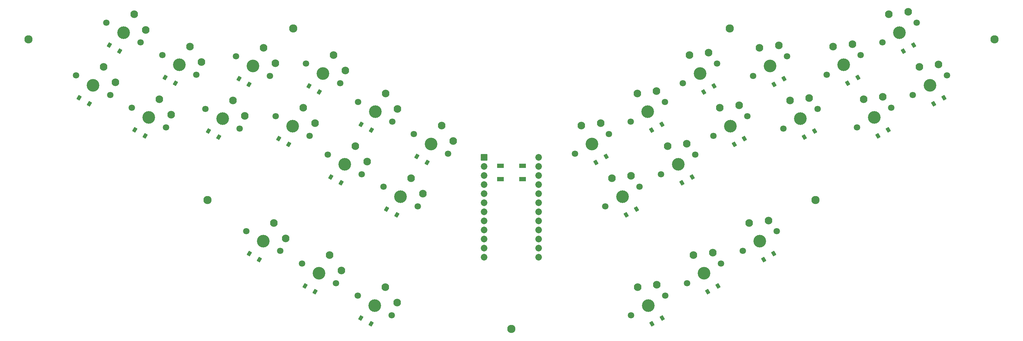
<source format=gbs>
%TF.GenerationSoftware,KiCad,Pcbnew,6.0.2+dfsg-1*%
%TF.CreationDate,2022-06-30T23:37:17+02:00*%
%TF.ProjectId,dragonwings_test,64726167-6f6e-4776-996e-67735f746573,v1.0.0*%
%TF.SameCoordinates,Original*%
%TF.FileFunction,Soldermask,Bot*%
%TF.FilePolarity,Negative*%
%FSLAX46Y46*%
G04 Gerber Fmt 4.6, Leading zero omitted, Abs format (unit mm)*
G04 Created by KiCad (PCBNEW 6.0.2+dfsg-1) date 2022-06-30 23:37:17*
%MOMM*%
%LPD*%
G01*
G04 APERTURE LIST*
G04 Aperture macros list*
%AMRoundRect*
0 Rectangle with rounded corners*
0 $1 Rounding radius*
0 $2 $3 $4 $5 $6 $7 $8 $9 X,Y pos of 4 corners*
0 Add a 4 corners polygon primitive as box body*
4,1,4,$2,$3,$4,$5,$6,$7,$8,$9,$2,$3,0*
0 Add four circle primitives for the rounded corners*
1,1,$1+$1,$2,$3*
1,1,$1+$1,$4,$5*
1,1,$1+$1,$6,$7*
1,1,$1+$1,$8,$9*
0 Add four rect primitives between the rounded corners*
20,1,$1+$1,$2,$3,$4,$5,0*
20,1,$1+$1,$4,$5,$6,$7,0*
20,1,$1+$1,$6,$7,$8,$9,0*
20,1,$1+$1,$8,$9,$2,$3,0*%
G04 Aperture macros list end*
%ADD10C,1.801800*%
%ADD11C,3.529000*%
%ADD12C,2.132000*%
%ADD13RoundRect,0.050000X0.689711X0.294615X-0.089711X0.744615X-0.689711X-0.294615X0.089711X-0.744615X0*%
%ADD14RoundRect,0.050000X0.089711X0.744615X-0.689711X0.294615X-0.089711X-0.744615X0.689711X-0.294615X0*%
%ADD15C,2.300000*%
%ADD16RoundRect,0.050000X-0.876300X0.876300X-0.876300X-0.876300X0.876300X-0.876300X0.876300X0.876300X0*%
%ADD17C,1.852600*%
%ADD18RoundRect,0.050000X0.900000X0.550000X-0.900000X0.550000X-0.900000X-0.550000X0.900000X-0.550000X0*%
G04 APERTURE END LIST*
D10*
%TO.C,S2*%
X106320853Y-113883974D03*
D11*
X101557713Y-111133974D03*
D10*
X96794573Y-108383974D03*
D12*
X107787840Y-110343077D03*
X104507713Y-106024424D03*
%TD*%
D10*
%TO.C,S4*%
X121909311Y-122883974D03*
X112383031Y-117383974D03*
D11*
X117146171Y-120133974D03*
D12*
X123376298Y-119343077D03*
X120096171Y-115024424D03*
%TD*%
D10*
%TO.C,S3*%
X113409311Y-137606406D03*
D11*
X108646171Y-134856406D03*
D10*
X103883031Y-132106406D03*
D12*
X114876298Y-134065509D03*
X111596171Y-129746856D03*
%TD*%
D13*
%TO.C,D1*%
X91986655Y-131011533D03*
X89128771Y-129361533D03*
%TD*%
D10*
%TO.C,S6*%
X132971488Y-117723720D03*
D11*
X137734628Y-120473720D03*
D10*
X142497768Y-123223720D03*
D12*
X143964755Y-119682823D03*
X140684628Y-115364170D03*
%TD*%
D10*
%TO.C,S15*%
X176557368Y-190230762D03*
D11*
X171794228Y-187480762D03*
D10*
X167031088Y-184730762D03*
D12*
X178024355Y-186689865D03*
X174744228Y-182371212D03*
%TD*%
D13*
%TO.C,D10*%
X170840484Y-138432695D03*
X167982600Y-136782695D03*
%TD*%
D14*
%TO.C,D16*%
X330871228Y-129361533D03*
X328013344Y-131011533D03*
%TD*%
%TO.C,D18*%
X315282771Y-138361533D03*
X312424887Y-140011533D03*
%TD*%
%TO.C,D24*%
X260517399Y-151505127D03*
X257659515Y-153155127D03*
%TD*%
%TO.C,D25*%
X252017399Y-136782695D03*
X249159515Y-138432695D03*
%TD*%
D15*
%TO.C,REF03*%
X345000000Y-113000000D03*
%TD*%
D13*
%TO.C,D11*%
X177928942Y-162155127D03*
X175071058Y-160505127D03*
%TD*%
D10*
%TO.C,S8*%
X162086225Y-125295517D03*
X152559945Y-119795517D03*
D11*
X157323085Y-122545517D03*
D12*
X163553212Y-121754620D03*
X160273085Y-117435967D03*
%TD*%
D10*
%TO.C,S25*%
X252851597Y-130527568D03*
D11*
X248088457Y-133277568D03*
D10*
X243325317Y-136027568D03*
D12*
X250518584Y-127486671D03*
X245138457Y-128168018D03*
%TD*%
D11*
%TO.C,S5*%
X129234628Y-135196152D03*
D10*
X124471488Y-132446152D03*
X133997768Y-137946152D03*
D12*
X135464755Y-134405255D03*
X132184628Y-130086602D03*
%TD*%
D10*
%TO.C,S14*%
X160968911Y-181230762D03*
X151442631Y-175730762D03*
D11*
X156205771Y-178480762D03*
D12*
X162435898Y-177689865D03*
X159155771Y-173371212D03*
%TD*%
D15*
%TO.C,REF04*%
X75000000Y-113000000D03*
%TD*%
D10*
%TO.C,S29*%
X259031088Y-181230762D03*
D11*
X263794228Y-178480762D03*
D10*
X268557368Y-175730762D03*
D12*
X266224355Y-172689865D03*
X260844228Y-173371212D03*
%TD*%
D10*
%TO.C,S27*%
X227736860Y-145027568D03*
D11*
X232500000Y-142277568D03*
D10*
X237263140Y-139527568D03*
D12*
X234930127Y-136486671D03*
X229550000Y-137168018D03*
%TD*%
D10*
%TO.C,S18*%
X306590689Y-137606406D03*
X316116969Y-132106406D03*
D11*
X311353829Y-134856406D03*
D12*
X313783956Y-129065509D03*
X308403829Y-129746856D03*
%TD*%
D14*
%TO.C,D17*%
X322371228Y-114639101D03*
X319513344Y-116289101D03*
%TD*%
D10*
%TO.C,S16*%
X322179146Y-128606406D03*
X331705426Y-123106406D03*
D11*
X326942286Y-125856406D03*
D12*
X329372413Y-120065509D03*
X323992286Y-120746856D03*
%TD*%
D10*
%TO.C,S7*%
X153586225Y-140017949D03*
D11*
X148823085Y-137267949D03*
D10*
X144059945Y-134517949D03*
D12*
X155053212Y-136477052D03*
X151773085Y-132158399D03*
%TD*%
D16*
%TO.C,MCU1*%
X202380000Y-146030000D03*
D17*
X202380000Y-148570000D03*
X202380000Y-151110000D03*
X202380000Y-153650000D03*
X202380000Y-156190000D03*
X202380000Y-158730000D03*
X202380000Y-161270000D03*
X202380000Y-163810000D03*
X202380000Y-166350000D03*
X202380000Y-168890000D03*
X202380000Y-171430000D03*
X202380000Y-173970000D03*
X217620000Y-146030000D03*
X217620000Y-148570000D03*
X217620000Y-151110000D03*
X217620000Y-153650000D03*
X217620000Y-156190000D03*
X217620000Y-158730000D03*
X217620000Y-161270000D03*
X217620000Y-163810000D03*
X217620000Y-166350000D03*
X217620000Y-168890000D03*
X217620000Y-171430000D03*
X217620000Y-173970000D03*
%TD*%
D13*
%TO.C,D14*%
X155134713Y-183635889D03*
X152276829Y-181985889D03*
%TD*%
D10*
%TO.C,S26*%
X245763140Y-154250000D03*
D11*
X241000000Y-157000000D03*
D10*
X236236860Y-159750000D03*
D12*
X243430127Y-151209103D03*
X238050000Y-151890450D03*
%TD*%
D10*
%TO.C,S30*%
X252968911Y-184730762D03*
D11*
X248205771Y-187480762D03*
D10*
X243442631Y-190230762D03*
D12*
X250635898Y-181689865D03*
X245255771Y-182371212D03*
%TD*%
D14*
%TO.C,D26*%
X244928942Y-160505127D03*
X242071058Y-162155127D03*
%TD*%
D10*
%TO.C,S11*%
X183763140Y-159750000D03*
D11*
X179000000Y-157000000D03*
D10*
X174236860Y-154250000D03*
D12*
X185230127Y-156209103D03*
X181950000Y-151890450D03*
%TD*%
D14*
%TO.C,D30*%
X252134713Y-190985889D03*
X249276829Y-192635889D03*
%TD*%
D13*
%TO.C,D6*%
X136663570Y-125628847D03*
X133805686Y-123978847D03*
%TD*%
D11*
%TO.C,S17*%
X318442286Y-111133974D03*
D10*
X323205426Y-108383974D03*
X313679146Y-113883974D03*
D12*
X320872413Y-105343077D03*
X315492286Y-106024424D03*
%TD*%
D13*
%TO.C,D4*%
X116075113Y-125289101D03*
X113217229Y-123639101D03*
%TD*%
D10*
%TO.C,S10*%
X167148402Y-130527568D03*
D11*
X171911542Y-133277568D03*
D10*
X176674682Y-136027568D03*
D12*
X178141669Y-132486671D03*
X174861542Y-128168018D03*
%TD*%
D13*
%TO.C,D2*%
X100486655Y-116289101D03*
X97628771Y-114639101D03*
%TD*%
D11*
%TO.C,S19*%
X302853829Y-120133974D03*
D10*
X307616969Y-117383974D03*
X298090689Y-122883974D03*
D12*
X305283956Y-114343077D03*
X299903829Y-115024424D03*
%TD*%
D15*
%TO.C,REF06*%
X149000000Y-110000000D03*
%TD*%
D10*
%TO.C,S21*%
X277502231Y-123223720D03*
D11*
X282265371Y-120473720D03*
D10*
X287028511Y-117723720D03*
D12*
X284695498Y-114682823D03*
X279315371Y-115364170D03*
%TD*%
D11*
%TO.C,S9*%
X163411542Y-148000000D03*
D10*
X158648402Y-145250000D03*
X168174682Y-150750000D03*
D12*
X169641669Y-147209103D03*
X166361542Y-142890450D03*
%TD*%
D10*
%TO.C,S24*%
X251825317Y-150750000D03*
D11*
X256588457Y-148000000D03*
D10*
X261351597Y-145250000D03*
D12*
X259018584Y-142209103D03*
X253638457Y-142890450D03*
%TD*%
D13*
%TO.C,D3*%
X107575113Y-140011533D03*
X104717229Y-138361533D03*
%TD*%
D15*
%TO.C,REF05*%
X271000000Y-110000000D03*
%TD*%
D11*
%TO.C,S28*%
X279382685Y-169480762D03*
D10*
X274619545Y-172230762D03*
X284145825Y-166730762D03*
D12*
X281812812Y-163689865D03*
X276432685Y-164371212D03*
%TD*%
D13*
%TO.C,D15*%
X170723170Y-192635889D03*
X167865286Y-190985889D03*
%TD*%
%TO.C,D7*%
X147752027Y-142423076D03*
X144894143Y-140773076D03*
%TD*%
D10*
%TO.C,S13*%
X135854174Y-166730762D03*
X145380454Y-172230762D03*
D11*
X140617314Y-169480762D03*
D12*
X146847441Y-168689865D03*
X143567314Y-164371212D03*
%TD*%
D14*
%TO.C,D29*%
X267723170Y-181985889D03*
X264865286Y-183635889D03*
%TD*%
D11*
%TO.C,S20*%
X290765371Y-135196152D03*
D10*
X295528511Y-132446152D03*
X286002231Y-137946152D03*
D12*
X293195498Y-129405255D03*
X287815371Y-130086602D03*
%TD*%
D13*
%TO.C,D5*%
X128163570Y-140351279D03*
X125305686Y-138701279D03*
%TD*%
D14*
%TO.C,D22*%
X275105856Y-140773076D03*
X272247972Y-142423076D03*
%TD*%
%TO.C,D28*%
X283311627Y-172985889D03*
X280453743Y-174635889D03*
%TD*%
D13*
%TO.C,D9*%
X162340484Y-153155127D03*
X159482600Y-151505127D03*
%TD*%
D14*
%TO.C,D21*%
X286194313Y-123978847D03*
X283336429Y-125628847D03*
%TD*%
D10*
%TO.C,S1*%
X88294573Y-123106406D03*
X97820853Y-128606406D03*
D11*
X93057713Y-125856406D03*
D12*
X99287840Y-125065509D03*
X96007713Y-120746856D03*
%TD*%
D15*
%TO.C,REF00*%
X210000000Y-194000000D03*
%TD*%
D14*
%TO.C,D23*%
X266605856Y-126050644D03*
X263747972Y-127700644D03*
%TD*%
D10*
%TO.C,S22*%
X275940054Y-134517949D03*
X266413774Y-140017949D03*
D11*
X271176914Y-137267949D03*
D12*
X273607041Y-131477052D03*
X268226914Y-132158399D03*
%TD*%
D14*
%TO.C,D20*%
X294694313Y-138701279D03*
X291836429Y-140351279D03*
%TD*%
D13*
%TO.C,D8*%
X156252027Y-127700644D03*
X153394143Y-126050644D03*
%TD*%
%TO.C,D12*%
X186428942Y-147432695D03*
X183571058Y-145782695D03*
%TD*%
D14*
%TO.C,D27*%
X236428942Y-145782695D03*
X233571058Y-147432695D03*
%TD*%
D10*
%TO.C,S12*%
X182736860Y-139527568D03*
X192263140Y-145027568D03*
D11*
X187500000Y-142277568D03*
D12*
X193730127Y-141486671D03*
X190450000Y-137168018D03*
%TD*%
D14*
%TO.C,D19*%
X306782771Y-123639101D03*
X303924887Y-125289101D03*
%TD*%
D11*
%TO.C,S23*%
X262676914Y-122545517D03*
D10*
X257913774Y-125295517D03*
X267440054Y-119795517D03*
D12*
X265107041Y-116754620D03*
X259726914Y-117435967D03*
%TD*%
D15*
%TO.C,REF01*%
X295000000Y-158000000D03*
%TD*%
%TO.C,REF02*%
X125000000Y-158000000D03*
%TD*%
D13*
%TO.C,D13*%
X139546256Y-174635889D03*
X136688372Y-172985889D03*
%TD*%
D18*
%TO.C,B1*%
X213100000Y-148400000D03*
X206900000Y-148400000D03*
X213100000Y-152100000D03*
X206900000Y-152100000D03*
%TD*%
M02*

</source>
